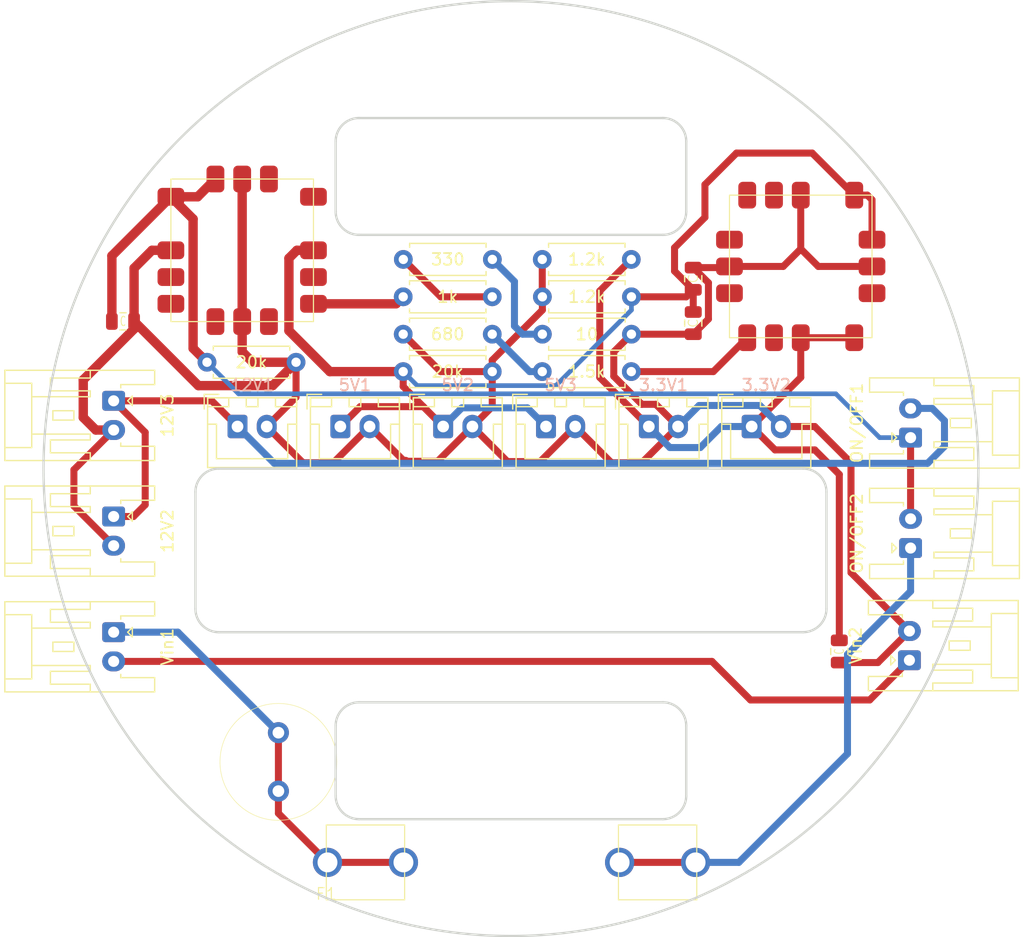
<source format=kicad_pcb>
(kicad_pcb (version 20221018) (generator pcbnew)
  (layers (0 "F.Cu" signal) (31 "B.Cu" signal) (34 "B.Paste" user) (35 "F.Paste" user) (36 "B.SilkS" user "B.Silkscreen") (37 "F.SilkS" user "F.Silkscreen") (38 "B.Mask" user) (39 "F.Mask" user) (44 "Edge.Cuts" user))
  (net 0 "")
  (net 1 "VCC")
  (net 2 "GND")
  (net 3 "+5V")
  (net 4 "Net-(12V1-Pin_1)")
  (net 5 "+3.3V")
  (net 6 "Net-(Vin1-Pin_1)")
  (net 7 "Net-(ON/OFF2-Pin_1)")
  (net 8 "Net-(Vin1-Pin_2)")
  (net 9 "Net-(U2-Trim)")
  (net 10 "Net-(R2-Pad2)")
  (net 11 "Net-(R3-Pad2)")
  (net 12 "Net-(U1-Trim)")
  (net 13 "Net-(R10-Pad1)")
  (footprint "@dcdc:dcdc" (layer "F.Cu") (at 121.3 86.22)
    (fp_text reference "U2" hide)
    (fp_text value "~" hide)
    (pad "1" smd roundrect (at 0 -6.1 180) (size 2.286 1.524) (layers "F.Cu" "F.Paste" "F.Mask") (net 2 "GND"))
    (pad "2" smd roundrect (at 0 -10.68 180) (size 2.286 1.524) (layers "F.Cu" "F.Paste" "F.Mask") (net 1 "VCC"))
    (pad "2" smd roundrect (at 3.81 -12.2 90) (size 2.286 1.524) (layers "F.Cu" "F.Paste" "F.Mask") (net 1 "VCC"))
    (pad "3" smd roundrect (at 6.1 -12.2 90) (size 2.286 1.524) (layers "F.Cu" "F.Paste" "F.Mask") (net 2 "GND"))
    (pad "3" smd roundrect (at 8.39 -12.2 90) (size 2.286 1.524) (layers "F.Cu" "F.Paste" "F.Mask") (net 2 "GND"))
    (pad "4" smd roundrect (at 12.2 -10.68 180) (size 2.286 1.524) (layers "F.Cu" "F.Paste" "F.Mask") (net 3 "+5V"))
    (pad "5" smd roundrect (at 12.2 -6.1 180) (size 2.286 1.524) (layers "F.Cu" "F.Paste" "F.Mask") (net 3 "+5V"))
    (pad "6" smd roundrect (at 12.2 -1.52 180) (size 2.286 1.524) (layers "F.Cu" "F.Paste" "F.Mask") (net 9 "Net-(U2-Trim)"))
    (pad "7" smd roundrect (at 6.1 0 270) (size 2.286 1.524) (layers "F.Cu" "F.Paste" "F.Mask") (net 2 "GND"))
    (pad "8" smd roundrect (at 3.81 0 270) (size 2.286 1.524) (layers "F.Cu" "F.Paste" "F.Mask"))
    (pad "9" smd roundrect (at 0 -1.52 180) (size 2.286 1.524) (layers "F.Cu" "F.Paste" "F.Mask"))
    (pad "10" smd roundrect (at 0 -3.81 180) (size 2.286 1.524) (layers "F.Cu" "F.Paste" "F.Mask"))
    (pad "11" smd roundrect (at 12.2 -3.81 180) (size 2.286 1.524) (layers "F.Cu" "F.Paste" "F.Mask"))
    (pad "12" smd roundrect (at 8.39 0 270) (size 2.286 1.524) (layers "F.Cu" "F.Paste" "F.Mask"))
  )
  (footprint "Resistor_THT:R_Axial_DIN0207_L6.3mm_D2.5mm_P7.62mm_Horizontal" (layer "F.Cu") (at 160.7 90.5 180)
    (fp_text reference "R9" hide)
    (fp_text value "1.5k" hide)
    (fp_text user "1.5k" (at 3.81 0) (layer "F.SilkS"))
    (pad "1" thru_hole circle (at 0 0 180) (size 1.6 1.6) (drill 0.8) (layers "*.Cu" "*.Mask") (net 12 "Net-(U1-Trim)"))
    (pad "2" thru_hole oval (at 7.62 0 180) (size 1.6 1.6) (drill 0.8) (layers "*.Cu" "*.Mask") (net 13 "Net-(R10-Pad1)"))
  )
  (footprint "@dcdc:fuse clip" (layer "F.Cu") (at 134.6 135.7)
    (fp_text reference "F1" (at 0 -0.5 unlocked) (layer "F.SilkS") (effects (font (thickness 0.1))))
    (fp_text value "Fuse" hide)
    (pad "1" thru_hole circle (at 0.1 -3.2) (size 2.5 2.5) (drill 1.7) (layers "*.Cu" "*.Mask") (net 6 "Net-(Vin1-Pin_1)"))
    (pad "1" thru_hole circle (at 6.6 -3.2) (size 2.5 2.5) (drill 1.7) (layers "*.Cu" "*.Mask") (net 6 "Net-(Vin1-Pin_1)"))
    (pad "2" thru_hole circle (at 25.1 -3.2) (size 2.5 2.5) (drill 1.7) (layers "*.Cu" "*.Mask") (net 7 "Net-(ON/OFF2-Pin_1)"))
    (pad "2" thru_hole circle (at 31.6 -3.2) (size 2.5 2.5) (drill 1.7) (layers "*.Cu" "*.Mask") (net 7 "Net-(ON/OFF2-Pin_1)"))
  )
  (footprint "Capacitor_SMD:C_0805_2012Metric" (layer "F.Cu") (at 166 86.35 -90)
    (fp_text reference "C2" hide)
    (fp_text value "C" hide)
    (fp_text user "C" (at 0 0 90) (layer "F.SilkS") (effects (font (size 0.8 0.8) (thickness 0.08))))
    (pad "1" smd roundrect (at -0.95 0 270) (size 1 1.45) (layers "F.Cu" "F.Paste" "F.Mask") (net 3 "+5V"))
    (pad "2" smd roundrect (at 0.95 0 270) (size 1 1.45) (layers "F.Cu" "F.Paste" "F.Mask") (net 2 "GND"))
  )
  (footprint "@dcdc:dcdc" (layer "F.Cu") (at 169.1 75.4 -90)
    (fp_text reference "U1" hide)
    (fp_text value "~" hide)
    (pad "1" smd roundrect (at 0 -6.1 90) (size 2.286 1.524) (layers "F.Cu" "F.Paste" "F.Mask") (net 2 "GND"))
    (pad "2" smd roundrect (at 0 -10.68 90) (size 2.286 1.524) (layers "F.Cu" "F.Paste" "F.Mask") (net 3 "+5V"))
    (pad "2" smd roundrect (at 3.81 -12.2) (size 2.286 1.524) (layers "F.Cu" "F.Paste" "F.Mask") (net 3 "+5V"))
    (pad "3" smd roundrect (at 6.1 -12.2) (size 2.286 1.524) (layers "F.Cu" "F.Paste" "F.Mask") (net 2 "GND"))
    (pad "3" smd roundrect (at 8.39 -12.2) (size 2.286 1.524) (layers "F.Cu" "F.Paste" "F.Mask") (net 2 "GND"))
    (pad "4" smd roundrect (at 12.2 -10.68 90) (size 2.286 1.524) (layers "F.Cu" "F.Paste" "F.Mask") (net 5 "+3.3V"))
    (pad "5" smd roundrect (at 12.2 -6.1 90) (size 2.286 1.524) (layers "F.Cu" "F.Paste" "F.Mask") (net 5 "+3.3V"))
    (pad "6" smd roundrect (at 12.2 -1.52 90) (size 2.286 1.524) (layers "F.Cu" "F.Paste" "F.Mask") (net 12 "Net-(U1-Trim)"))
    (pad "7" smd roundrect (at 6.1 0 180) (size 2.286 1.524) (layers "F.Cu" "F.Paste" "F.Mask") (net 2 "GND"))
    (pad "8" smd roundrect (at 3.81 0 180) (size 2.286 1.524) (layers "F.Cu" "F.Paste" "F.Mask"))
    (pad "9" smd roundrect (at 0 -1.52 90) (size 2.286 1.524) (layers "F.Cu" "F.Paste" "F.Mask"))
    (pad "10" smd roundrect (at 0 -3.81 90) (size 2.286 1.524) (layers "F.Cu" "F.Paste" "F.Mask"))
    (pad "11" smd roundrect (at 12.2 -3.81 90) (size 2.286 1.524) (layers "F.Cu" "F.Paste" "F.Mask"))
    (pad "12" smd roundrect (at 8.39 0 180) (size 2.286 1.524) (layers "F.Cu" "F.Paste" "F.Mask"))
  )
  (footprint "Capacitor_SMD:C_0805_2012Metric" (layer "F.Cu") (at 117.2 86.2)
    (fp_text reference "C1" hide)
    (fp_text value "C" hide)
    (fp_text user "C" (at 0 0) (layer "F.SilkS") (effects (font (size 0.8 0.5) (thickness 0.08))))
    (pad "1" smd roundrect (at -0.95 0) (size 1 1.45) (layers "F.Cu" "F.Paste" "F.Mask") (net 1 "VCC"))
    (pad "2" smd roundrect (at 0.95 0) (size 1 1.45) (layers "F.Cu" "F.Paste" "F.Mask") (net 2 "GND"))
  )
  (footprint "Connector_JST:JST_XH_B2B-XH-A_1x02_P2.50mm_Vertical" (layer "F.Cu") (at 171 95.2)
    (fp_text reference "3.3V2" (at 1.25 -3.55) (layer "B.SilkS"))
    (fp_text value "Conn_01x02_Pin" hide)
    (pad "1" thru_hole roundrect (at 0 0) (size 1.7 2) (drill 1) (layers "*.Cu" "*.Mask") (roundrect_rratio 0.147059) (net 5 "+3.3V"))
    (pad "2" thru_hole oval (at 2.5 0) (size 1.7 2) (drill 1) (layers "*.Cu" "*.Mask") (net 2 "GND"))
  )
  (footprint "Connector_JST:JST_XH_B2B-XH-A_1x02_P2.50mm_Vertical" (layer "F.Cu") (at 144.6 95.2)
    (fp_text reference "5V2" (at 1.25 -3.55) (layer "B.SilkS"))
    (fp_text value "Conn_01x02_Pin" hide)
    (pad "1" thru_hole roundrect (at 0 0) (size 1.7 2) (drill 1) (layers "*.Cu" "*.Mask") (roundrect_rratio 0.147059) (net 3 "+5V"))
    (pad "2" thru_hole oval (at 2.5 0) (size 1.7 2) (drill 1) (layers "*.Cu" "*.Mask") (net 2 "GND"))
  )
  (footprint "Capacitor_SMD:C_0805_2012Metric" (layer "F.Cu") (at 166 82.55 90)
    (fp_text reference "C4" hide)
    (fp_text value "C" hide)
    (fp_text user "C" (at 0 0 90) (layer "F.SilkS") (effects (font (size 0.8 0.8) (thickness 0.08))))
    (pad "1" smd roundrect (at -0.95 0 90) (size 1 1.45) (layers "F.Cu" "F.Paste" "F.Mask") (net 3 "+5V"))
    (pad "2" smd roundrect (at 0.95 0 90) (size 1 1.45) (layers "F.Cu" "F.Paste" "F.Mask") (net 2 "GND"))
  )
  (footprint "Resistor_THT:R_Axial_DIN0207_L6.3mm_D2.5mm_P7.62mm_Horizontal" (layer "F.Cu") (at 141.19 80.9)
    (fp_text reference "R3" hide)
    (fp_text value "330" hide)
    (fp_text user "330" (at 3.81 0) (layer "F.SilkS"))
    (pad "1" thru_hole circle (at 0 0) (size 1.6 1.6) (drill 0.8) (layers "*.Cu" "*.Mask") (net 10 "Net-(R2-Pad2)"))
    (pad "2" thru_hole oval (at 7.62 0) (size 1.6 1.6) (drill 0.8) (layers "*.Cu" "*.Mask") (net 11 "Net-(R3-Pad2)"))
  )
  (footprint "Capacitor_SMD:C_0805_2012Metric" (layer "F.Cu") (at 178.5 114.45 -90)
    (fp_text reference "C5" hide)
    (fp_text value "C" hide)
    (fp_text user "C" (at 0 0 90) (layer "F.SilkS") (effects (font (size 0.8 0.5) (thickness 0.08))))
    (pad "1" smd roundrect (at -0.95 0 270) (size 1 1.45) (layers "F.Cu" "F.Paste" "F.Mask") (net 5 "+3.3V"))
    (pad "2" smd roundrect (at 0.95 0 270) (size 1 1.45) (layers "F.Cu" "F.Paste" "F.Mask") (net 2 "GND"))
  )
  (footprint "Connector_JST:JST_XA_S02B-XASK-1N-BN_1x02_P2.50mm_Horizontal" (layer "F.Cu") (at 116.4 93 -90)
    (fp_text reference "12V3" (at 1.25 -4.6 -90) (layer "F.SilkS"))
    (fp_text value "Conn_01x02_Pin" hide)
    (pad "1" thru_hole roundrect (at 0 0 270) (size 1.7 1.95) (drill 0.95) (layers "*.Cu" "*.Mask") (roundrect_rratio 0.147059) (net 4 "Net-(12V1-Pin_1)"))
    (pad "2" thru_hole oval (at 2.5 0 270) (size 1.7 1.95) (drill 0.95) (layers "*.Cu" "*.Mask") (net 2 "GND"))
  )
  (footprint "Connector_JST:JST_XA_S02B-XASK-1N-BN_1x02_P2.50mm_Horizontal" (layer "F.Cu") (at 184.5 115.2 90)
    (fp_text reference "Vin2" (at 1.25 -4.6 90) (layer "F.SilkS"))
    (fp_text value "Conn_01x02_Pin" hide)
    (pad "1" thru_hole roundrect (at 0 0 90) (size 1.7 1.95) (drill 0.95) (layers "*.Cu" "*.Mask") (roundrect_rratio 0.147059) (net 8 "Net-(Vin1-Pin_2)"))
    (pad "2" thru_hole oval (at 2.5 0 90) (size 1.7 1.95) (drill 0.95) (layers "*.Cu" "*.Mask") (net 2 "GND"))
  )
  (footprint "Connector_JST:JST_XA_S02B-XASK-1N-BN_1x02_P2.50mm_Horizontal" (layer "F.Cu") (at 184.6 105.6 90)
    (fp_text reference "ON/OFF2" (at 1.25 -4.6 90) (layer "F.SilkS"))
    (fp_text value "Conn_01x02_Pin" hide)
    (pad "1" thru_hole roundrect (at 0 0 90) (size 1.7 1.95) (drill 0.95) (layers "*.Cu" "*.Mask") (roundrect_rratio 0.147059) (net 7 "Net-(ON/OFF2-Pin_1)"))
    (pad "2" thru_hole oval (at 2.5 0 90) (size 1.7 1.95) (drill 0.95) (layers "*.Cu" "*.Mask") (net 1 "VCC"))
  )
  (footprint "Connector_JST:JST_XH_B2B-XH-A_1x02_P2.50mm_Vertical" (layer "F.Cu") (at 135.8 95.2)
    (fp_text reference "5V1" (at 1.25 -3.55) (layer "B.SilkS"))
    (fp_text value "Conn_01x02_Pin" hide)
    (pad "1" thru_hole roundrect (at 0 0) (size 1.7 2) (drill 1) (layers "*.Cu" "*.Mask") (roundrect_rratio 0.147059) (net 3 "+5V"))
    (pad "2" thru_hole oval (at 2.5 0) (size 1.7 2) (drill 1) (layers "*.Cu" "*.Mask") (net 2 "GND"))
  )
  (footprint "Resistor_THT:R_Axial_DIN0207_L6.3mm_D2.5mm_P7.62mm_Horizontal" (layer "F.Cu") (at 148.8 87.3 180)
    (fp_text reference "R10" hide)
    (fp_text value "680" hide)
    (fp_text user "680" (at 3.81 0) (layer "F.SilkS"))
    (pad "1" thru_hole circle (at 0 0 180) (size 1.6 1.6) (drill 0.8) (layers "*.Cu" "*.Mask") (net 13 "Net-(R10-Pad1)"))
    (pad "2" thru_hole oval (at 7.62 0 180) (size 1.6 1.6) (drill 0.8) (layers "*.Cu" "*.Mask") (net 2 "GND"))
  )
  (footprint "Connector_JST:JST_XH_B2B-XH-A_1x02_P2.50mm_Vertical" (layer "F.Cu") (at 153.4 95.2)
    (fp_text reference "5V3" (at 1.25 -3.55) (layer "B.SilkS"))
    (fp_text value "Conn_01x02_Pin" hide)
    (pad "1" thru_hole roundrect (at 0 0) (size 1.7 2) (drill 1) (layers "*.Cu" "*.Mask") (roundrect_rratio 0.147059) (net 3 "+5V"))
    (pad "2" thru_hole oval (at 2.5 0) (size 1.7 2) (drill 1) (layers "*.Cu" "*.Mask") (net 2 "GND"))
  )
  (footprint "Resistor_THT:R_Axial_DIN0207_L6.3mm_D2.5mm_P7.62mm_Horizontal" (layer "F.Cu") (at 153.09 87.3)
    (fp_text reference "R4" hide)
    (fp_text value "10" hide)
    (fp_text user "10" (at 3.81 0) (layer "F.SilkS"))
    (pad "1" thru_hole circle (at 0 0) (size 1.6 1.6) (drill 0.8) (layers "*.Cu" "*.Mask") (net 11 "Net-(R3-Pad2)"))
    (pad "2" thru_hole oval (at 7.62 0) (size 1.6 1.6) (drill 0.8) (layers "*.Cu" "*.Mask") (net 2 "GND"))
  )
  (footprint "Resistor_THT:R_Axial_DIN0207_L6.3mm_D2.5mm_P7.62mm_Horizontal" (layer "F.Cu") (at 160.7 80.9 180)
    (fp_text reference "R12" hide)
    (fp_text value "1.2k" hide)
    (fp_text user "1.2k" (at 3.81 0) (layer "F.SilkS"))
    (pad "1" thru_hole circle (at 0 0 180) (size 1.6 1.6) (drill 0.8) (layers "*.Cu" "*.Mask") (net 5 "+3.3V"))
    (pad "2" thru_hole oval (at 7.62 0 180) (size 1.6 1.6) (drill 0.8) (layers "*.Cu" "*.Mask") (net 2 "GND"))
  )
  (footprint "dengen:C" (layer "F.Cu") (at 130.5 123.9)
    (fp_text reference "C3" hide)
    (fp_text value "C")
    (pad "1" thru_hole circle (at 0 -2.5) (size 1.8 1.8) (drill 1) (layers "*.Cu" "*.Mask") (net 6 "Net-(Vin1-Pin_1)"))
    (pad "2" thru_hole circle (at 0 2.5) (size 1.8 1.8) (drill 1) (layers "*.Cu" "*.Mask") (net 6 "Net-(Vin1-Pin_1)"))
  )
  (footprint "Resistor_THT:R_Axial_DIN0207_L6.3mm_D2.5mm_P7.62mm_Horizontal" (layer "F.Cu") (at 124.39 89.7)
    (fp_text reference "R1" hide)
    (fp_text value "20k" hide)
    (fp_text user "20k" (at 3.81 0) (layer "F.SilkS"))
    (pad "1" thru_hole circle (at 0 0) (size 1.6 1.6) (drill 0.8) (layers "*.Cu" "*.Mask") (net 1 "VCC"))
    (pad "2" thru_hole oval (at 7.62 0) (size 1.6 1.6) (drill 0.8) (layers "*.Cu" "*.Mask") (net 2 "GND"))
  )
  (footprint "Resistor_THT:R_Axial_DIN0207_L6.3mm_D2.5mm_P7.62mm_Horizontal" (layer "F.Cu") (at 141.18 84.1)
    (fp_text reference "R2" hide)
    (fp_text value "1k" hide)
    (fp_text user "1k" (at 3.81 0) (layer "F.SilkS"))
    (pad "1" thru_hole circle (at 0 0) (size 1.6 1.6) (drill 0.8) (layers "*.Cu" "*.Mask") (net 9 "Net-(U2-Trim)"))
    (pad "2" thru_hole oval (at 7.62 0) (size 1.6 1.6) (drill 0.8) (layers "*.Cu" "*.Mask") (net 10 "Net-(R2-Pad2)"))
  )
  (footprint "Resistor_THT:R_Axial_DIN0207_L6.3mm_D2.5mm_P7.62mm_Horizontal" (layer "F.Cu") (at 141.18 90.5)
    (fp_text reference "R8" hide)
    (fp_text value "20k" hide)
    (fp_text user "20k" (at 3.81 0) (layer "F.SilkS"))
    (pad "1" thru_hole circle (at 0 0) (size 1.6 1.6) (drill 0.8) (layers "*.Cu" "*.Mask") (net 3 "+5V"))
    (pad "2" thru_hole oval (at 7.62 0) (size 1.6 1.6) (drill 0.8) (layers "*.Cu" "*.Mask") (net 2 "GND"))
  )
  (footprint "Resistor_THT:R_Axial_DIN0207_L6.3mm_D2.5mm_P7.62mm_Horizontal" (layer "F.Cu") (at 160.71 84.1 180)
    (fp_text reference "R5" hide)
    (fp_text value "1.2k" hide)
    (fp_text user "1.2k" (at 3.81 0) (layer "F.SilkS"))
    (pad "1" thru_hole circle (at 0 0 180) (size 1.6 1.6) (drill 0.8) (layers "*.Cu" "*.Mask") (net 3 "+5V"))
    (pad "2" thru_hole oval (at 7.62 0 180) (size 1.6 1.6) (drill 0.8) (layers "*.Cu" "*.Mask") (net 2 "GND"))
  )
  (footprint "Connector_JST:JST_XA_S02B-XASK-1N-BN_1x02_P2.50mm_Horizontal" (layer "F.Cu") (at 184.6 96.15 90)
    (fp_text reference "ON/OFF1" (at 1.25 -4.6 90) (layer "F.SilkS"))
    (fp_text value "Conn_01x02_Pin" hide)
    (pad "1" thru_hole roundrect (at 0 0 90) (size 1.7 1.95) (drill 0.95) (layers "*.Cu" "*.Mask") (roundrect_rratio 0.147059) (net 1 "VCC"))
    (pad "2" thru_hole oval (at 2.5 0 90) (size 1.7 1.95) (drill 0.95) (layers "*.Cu" "*.Mask") (net 4 "Net-(12V1-Pin_1)"))
  )
  (footprint "Connector_JST:JST_XA_S02B-XASK-1N-BN_1x02_P2.50mm_Horizontal" (layer "F.Cu") (at 116.4 112.8 -90)
    (fp_text reference "Vin1" (at 1.25 -4.6 -90) (layer "F.SilkS"))
    (fp_text value "Conn_01x02_Pin" hide)
    (pad "1" thru_hole roundrect (at 0 0 270) (size 1.7 1.95) (drill 0.95) (layers "*.Cu" "*.Mask") (roundrect_rratio 0.147059) (net 6 "Net-(Vin1-Pin_1)"))
    (pad "2" thru_hole oval (at 2.5 0 270) (size 1.7 1.95) (drill 0.95) (layers "*.Cu" "*.Mask") (net 8 "Net-(Vin1-Pin_2)"))
  )
  (footprint "Connector_JST:JST_XH_B2B-XH-A_1x02_P2.50mm_Vertical" (layer "F.Cu") (at 162.2 95.2)
    (fp_text reference "3.3V1" (at 1.25 -3.55) (layer "B.SilkS"))
    (fp_text value "Conn_01x02_Pin" hide)
    (pad "1" thru_hole roundrect (at 0 0) (size 1.7 2) (drill 1) (layers "*.Cu" "*.Mask") (roundrect_rratio 0.147059) (net 5 "+3.3V"))
    (pad "2" thru_hole oval (at 2.5 0) (size 1.7 2) (drill 1) (layers "*.Cu" "*.Mask") (net 2 "GND"))
  )
  (footprint "Connector_JST:JST_XH_B2B-XH-A_1x02_P2.50mm_Vertical" (layer "F.Cu") (at 127 95.2)
    (fp_text reference "12V1" (at 1.25 -3.55) (layer "B.SilkS"))
    (fp_text value "Conn_01x02_Pin" hide)
    (pad "1" thru_hole roundrect (at 0 0) (size 1.7 2) (drill 1) (layers "*.Cu" "*.Mask") (roundrect_rratio 0.147059) (net 4 "Net-(12V1-Pin_1)"))
    (pad "2" thru_hole oval (at 2.5 0) (size 1.7 2) (drill 1) (layers "*.Cu" "*.Mask") (net 2 "GND"))
  )
  (footprint "Connector_JST:JST_XA_S02B-XASK-1N-BN_1x02_P2.50mm_Horizontal" (layer "F.Cu") (at 116.4 102.9 -90)
    (fp_text reference "12V2" (at 1.25 -4.6 -90) (layer "F.SilkS"))
    (fp_text value "Conn_01x02_Pin" hide)
    (pad "1" thru_hole roundrect (at 0 0 270) (size 1.7 1.95) (drill 0.95) (layers "*.Cu" "*.Mask") (roundrect_rratio 0.147059) (net 4 "Net-(12V1-Pin_1)"))
    (pad "2" thru_hole oval (at 2.5 0 270) (size 1.7 1.95) (drill 0.95) (layers "*.Cu" "*.Mask") (net 2 "GND"))
  )
  (gr_line locked (start 165.4 70.8) (end 165.4 76.8) (stroke (width 0.2)) (layer "Edge.Cuts"))
  (gr_line locked (start 175.4 112.8) (end 125.4 112.8) (stroke (width 0.2)) (layer "Edge.Cuts"))
  (gr_line locked (start 137.4 68.8) (end 163.4 68.8) (stroke (width 0.2)) (layer "Edge.Cuts"))
  (gr_line locked (start 177.4 100.8) (end 177.4 110.8) (stroke (width 0.2)) (layer "Edge.Cuts"))
  (gr_line locked (start 135.4 126.8) (end 135.4 120.8) (stroke (width 0.2)) (layer "Edge.Cuts"))
  (gr_arc locked (start 165.4 126.8) (mid 164.814214 128.214214) (end 163.4 128.8) (stroke (width 0.2)) (layer "Edge.Cuts"))
  (gr_arc locked (start 163.4 118.8) (mid 164.814214 119.385786) (end 165.4 120.8) (stroke (width 0.2)) (layer "Edge.Cuts"))
  (gr_arc locked (start 137.4 78.8) (mid 135.985786 78.214214) (end 135.4 76.8) (stroke (width 0.2)) (layer "Edge.Cuts"))
  (gr_circle locked (center 150.4 98.8) (end 190.4 98.8) (stroke (width 0.2)) (fill none) (layer "Edge.Cuts"))
  (gr_line locked (start 125.4 98.8) (end 175.4 98.8) (stroke (width 0.2)) (layer "Edge.Cuts"))
  (gr_arc locked (start 135.4 70.8) (mid 135.985786 69.385786) (end 137.4 68.8) (stroke (width 0.2)) (layer "Edge.Cuts"))
  (gr_line locked (start 123.4 110.8) (end 123.4 100.8) (stroke (width 0.2)) (layer "Edge.Cuts"))
  (gr_arc locked (start 177.4 110.8) (mid 176.814214 112.214214) (end 175.4 112.8) (stroke (width 0.2)) (layer "Edge.Cuts"))
  (gr_arc locked (start 137.4 128.8) (mid 135.985786 128.214214) (end 135.4 126.8) (stroke (width 0.2)) (layer "Edge.Cuts"))
  (gr_line locked (start 163.4 128.8) (end 137.4 128.8) (stroke (width 0.2)) (layer "Edge.Cuts"))
  (gr_arc locked (start 175.4 98.8) (mid 176.814214 99.385786) (end 177.4 100.8) (stroke (width 0.2)) (layer "Edge.Cuts"))
  (gr_arc locked (start 125.4 112.8) (mid 123.985786 112.214214) (end 123.4 110.8) (stroke (width 0.2)) (layer "Edge.Cuts"))
  (gr_arc locked (start 135.4 120.8) (mid 135.985786 119.385786) (end 137.4 118.8) (stroke (width 0.2)) (layer "Edge.Cuts"))
  (gr_arc locked (start 123.4 100.8) (mid 123.985786 99.385786) (end 125.4 98.8) (stroke (width 0.2)) (layer "Edge.Cuts"))
  (gr_line locked (start 137.4 118.8) (end 163.4 118.8) (stroke (width 0.2)) (layer "Edge.Cuts"))
  (gr_arc locked (start 163.4 68.8) (mid 164.814214 69.385786) (end 165.4 70.8) (stroke (width 0.2)) (layer "Edge.Cuts"))
  (gr_arc locked (start 165.4 76.8) (mid 164.814214 78.214214) (end 163.4 78.8) (stroke (width 0.2)) (layer "Edge.Cuts"))
  (gr_line locked (start 135.4 76.8) (end 135.4 70.8) (stroke (width 0.2)) (layer "Edge.Cuts"))
  (gr_line locked (start 165.4 120.8) (end 165.4 126.8) (stroke (width 0.2)) (layer "Edge.Cuts"))
  (gr_line locked (start 163.4 78.8) (end 137.4 78.8) (stroke (width 0.2)) (layer "Edge.Cuts"))
  (segment (start 123.59 75.54) (end 125.11 74.02) (width 0.8) (layer "F.Cu") (net 1))
  (segment (start 123.2 77.44) (end 123.2 88.51) (width 0.8) (layer "F.Cu") (net 1))
  (segment (start 121.3 75.54) (end 123.59 75.54) (width 0.8) (layer "F.Cu") (net 1))
  (segment (start 116.25 80.59) (end 116.25 86.2) (width 0.8) (layer "F.Cu") (net 1))
  (segment (start 184.6 96.15) (end 184.6 103.1) (width 0.6) (layer "F.Cu") (net 1))
  (segment (start 121.3 75.54) (end 123.2 77.44) (width 0.8) (layer "F.Cu") (net 1))
  (segment (start 123.2 88.51) (end 124.39 89.7) (width 0.8) (layer "F.Cu") (net 1))
  (segment (start 121.3 75.54) (end 116.25 80.59) (width 0.8) (layer "F.Cu") (net 1))
  (segment (start 124.39 89.7) (end 127.09 92.4) (width 0.4) (layer "B.Cu") (net 1))
  (segment (start 181.95 96.15) (end 184.6 96.15) (width 0.4) (layer "B.Cu") (net 1))
  (segment (start 178.2 92.4) (end 181.95 96.15) (width 0.4) (layer "B.Cu") (net 1))
  (segment (start 127.09 92.4) (end 178.2 92.4) (width 0.4) (layer "B.Cu") (net 1))
  (segment (start 113.8 94.425) (end 114.875 95.5) (width 0.8) (layer "F.Cu") (net 2))
  (segment (start 119.68 80.12) (end 121.3 80.12) (width 0.8) (layer "F.Cu") (net 2))
  (segment (start 176.7 81.5) (end 181.3 81.5) (width 0.6) (layer "F.Cu") (net 2))
  (segment (start 167.3 86) (end 166 87.3) (width 0.6) (layer "F.Cu") (net 2))
  (segment (start 130.01 91.7) (end 123.65 91.7) (width 0.8) (layer "F.Cu") (net 2))
  (segment (start 141.475 98.175) (end 144.125 98.175) (width 0.6) (layer "F.Cu") (net 2))
  (segment (start 118.15 86.2) (end 123.65 91.7) (width 0.8) (layer "F.Cu") (net 2))
  (segment (start 141.2 98.1) (end 141.4 98.1) (width 0.6) (layer "F.Cu") (net 2))
  (segment (start 129.5 95.2) (end 132.6 98.3) (width 0.6) (layer "F.Cu") (net 2))
  (segment (start 118.15 86.85) (end 113.8 91.2) (width 0.8) (layer "F.Cu") (net 2))
  (segment (start 166 87.3) (end 160.71 87.3) (width 0.6) (layer "F.Cu") (net 2))
  (segment (start 162.8 93.3) (end 164.7 95.2) (width 0.6) (layer "F.Cu") (net 2))
  (segment (start 173.7 81.5) (end 175.2 80) (width 0.6) (layer "F.Cu") (net 2))
  (segment (start 127.4 74.02) (end 127.4 86.22) (width 0.8) (layer "F.Cu") (net 2))
  (segment (start 148.8 90.5) (end 148.8 93.5) (width 0.6) (layer "F.Cu") (net 2))
  (segment (start 115.75 96.15) (end 113 98.9) (width 0.6) (layer "F.Cu") (net 2))
  (segment (start 141.4 98.1) (end 141.475 98.175) (width 0.6) (layer "F.Cu") (net 2))
  (segment (start 148.8 89.52137) (end 148.8 90.5) (width 0.6) (layer "F.Cu") (net 2))
  (segment (start 127.4 86.22) (end 127.4 88.8) (width 0.8) (layer "F.Cu") (net 2))
  (segment (start 152.9 98.2) (end 155.9 95.2) (width 0.6) (layer "F.Cu") (net 2))
  (segment (start 181.8 115.4) (end 184.5 112.7) (width 0.6) (layer "F.Cu") (net 2))
  (segment (start 132.01 92.69) (end 129.5 95.2) (width 0.6) (layer "F.Cu") (net 2))
  (segment (start 127.4 88.8) (end 128.3 89.7) (width 0.8) (layer "F.Cu") (net 2))
  (segment (start 128.3 89.7) (end 132.01 89.7) (width 0.8) (layer "F.Cu") (net 2))
  (segment (start 150.1 98.2) (end 152.9 98.2) (width 0.6) (layer "F.Cu") (net 2))
  (segment (start 144.125 98.175) (end 147.1 95.2) (width 0.6) (layer "F.Cu") (net 2))
  (segment (start 166 81.6) (end 167.3 82.9) (width 0.6) (layer "F.Cu") (net 2))
  (segment (start 132.01 89.7) (end 130.01 91.7) (width 0.8) (layer "F.Cu") (net 2))
  (segment (start 167.3 82.9) (end 167.3 86) (width 0.6) (layer "F.Cu") (net 2))
  (segment (start 132.6 98.3) (end 135.2 98.3) (width 0.6) (layer "F.Cu") (net 2))
  (segment (start 169 81.6) (end 169.1 81.5) (width 0.6) (layer "F.Cu") (net 2))
  (segment (start 159.2 88.81) (end 159.2 90.9) (width 0.6) (layer "F.Cu") (net 2))
  (segment (start 175.2 75.4) (end 175.2 80) (width 0.6) (layer "F.Cu") (net 2))
  (segment (start 153.09 84.1) (end 153.09 85.23137) (width 0.6) (layer "F.Cu") (net 2))
  (segment (start 153.08 80.9) (end 153.08 84.09) (width 0.6) (layer "F.Cu") (net 2))
  (segment (start 153.09 85.23137) (end 148.8 89.52137) (width 0.6) (layer "F.Cu") (net 2))
  (segment (start 148.8 93.5) (end 147.1 95.2) (width 0.6) (layer "F.Cu") (net 2))
  (segment (start 155.9 95.2) (end 159 98.3) (width 0.6) (layer "F.Cu") (net 2))
  (segment (start 176.4 95.2) (end 179.5 98.3) (width 0.6) (layer "F.Cu") (net 2))
  (segment (start 141.18 87.3) (end 144.38 90.5) (width 0.6) (layer "F.Cu") (net 2))
  (segment (start 169.1 81.5) (end 173.7 81.5) (width 0.6) (layer "F.Cu") (net 2))
  (segment (start 161.6 98.3) (end 164.7 95.2) (width 0.6) (layer "F.Cu") (net 2))
  (segment (start 153.08 84.09) (end 153.09 84.1) (width 0.6) (layer "F.Cu") (net 2))
  (segment (start 135.2 98.3) (end 138.3 95.2) (width 0.6) (layer "F.Cu") (net 2))
  (segment (start 159 98.3) (end 161.6 98.3) (width 0.6) (layer "F.Cu") (net 2))
  (segment (start 160.71 87.3) (end 159.2 88.81) (width 0.6) (layer "F.Cu") (net 2))
  (segment (start 118.15 86.2) (end 118.15 86.85) (width 0.8) (layer "F.Cu") (net 2))
  (segment (start 179.5 107.7) (end 179.5 98.3) (width 0.6) (layer "F.Cu") (net 2))
  (segment (start 173.5 95.2) (end 176.4 95.2) (width 0.6) (layer "F.Cu") (net 2))
  (segment (start 147.1 95.2) (end 150.1 98.2) (width 0.6) (layer "F.Cu") (net 2))
  (segment (start 184.5 112.7) (end 179.5 107.7) (width 0.6) (layer "F.Cu") (net 2))
  (segment (start 132.01 89.7) (end 132.01 92.69) (width 0.6) (layer "F.Cu") (net 2))
  (segment (start 175.2 80) (end 176.7 81.5) (width 0.6) (layer "F.Cu") (net 2))
  (segment (start 113 98.9) (end 113 102) (width 0.6) (layer "F.Cu") (net 2))
  (segment (start 138.3 95.2) (end 141.2 98.1) (width 0.6) (layer "F.Cu") (net 2))
  (segment (start 114.875 95.5) (end 116.4 95.5) (width 0.8) (layer "F.Cu") (net 2))
  (segment (start 118.15 81.65) (end 119.68 80.12) (width 0.8) (layer "F.Cu") (net 2))
  (segment (start 113 102) (end 116.4 105.4) (width 0.6) (layer "F.Cu") (net 2))
  (segment (start 166 81.6) (end 169 81.6) (width 0.6) (layer "F.Cu") (net 2))
  (segment (start 144.38 90.5) (end 148.8 90.5) (width 0.6) (layer "F.Cu") (net 2))
  (segment (start 184.3 112.7) (end 184.5 112.7) (width 0.6) (layer "F.Cu") (net 2))
  (segment (start 116.4 95.5) (end 115.75 96.15) (width 0.6) (layer "F.Cu") (net 2))
  (segment (start 161.6 93.3) (end 162.8 93.3) (width 0.6) (layer "F.Cu") (net 2))
  (segment (start 118.15 86.2) (end 118.15 81.65) (width 0.8) (layer "F.Cu") (net 2))
  (segment (start 113.8 91.2) (end 113.8 94.425) (width 0.8) (layer "F.Cu") (net 2))
  (segment (start 159.2 90.9) (end 161.6 93.3) (width 0.6) (layer "F.Cu") (net 2))
  (segment (start 178.5 115.4) (end 181.8 115.4) (width 0.6) (layer "F.Cu") (net 2))
  (segment (start 164.7 95.2) (end 166.5 93.4) (width 0.6) (layer "B.Cu") (net 2))
  (segment (start 171.7 93.4) (end 173.5 95.2) (width 0.6) (layer "B.Cu") (net 2))
  (segment (start 166.5 93.4) (end 171.7 93.4) (width 0.6) (layer "B.Cu") (net 2))
  (segment (start 169.7 71.8) (end 176.18 71.8) (width 0.6) (layer "F.Cu") (net 3))
  (segment (start 141.18 91.78) (end 142.9 93.5) (width 0.6) (layer "F.Cu") (net 3))
  (segment (start 180.9 75.4) (end 181.3 75.8) (width 0.6) (layer "F.Cu") (net 3))
  (segment (start 167 74.5) (end 169.7 71.8) (width 0.6) (layer "F.Cu") (net 3))
  (segment (start 181.3 75.8) (end 181.3 79.21) (width 0.6) (layer "F.Cu") (net 3))
  (segment (start 167 77.3) (end 167 74.5) (width 0.6) (layer "F.Cu") (net 3))
  (segment (start 133.5 80.12) (end 132.08 80.12) (width 0.8) (layer "F.Cu") (net 3))
  (segment (start 134.9 90.5) (end 141.18 90.5) (width 0.8) (layer "F.Cu") (net 3))
  (segment (start 166 83.5) (end 166 85.4) (width 0.6) (layer "F.Cu") (net 3))
  (segment (start 164.4 81.9) (end 164.4 79.9) (width 0.6) (layer "F.Cu") (net 3))
  (segment (start 164.4 79.9) (end 167 77.3) (width 0.6) (layer "F.Cu") (net 3))
  (segment (start 142.9 93.5) (end 144.6 95.2) (width 0.6) (layer "F.Cu") (net 3))
  (segment (start 179.78 75.4) (end 180.9 75.4) (width 0.6) (layer "F.Cu") (net 3))
  (segment (start 166 83.5) (end 164.4 81.9) (width 0.6) (layer "F.Cu") (net 3))
  (segment (start 137.5 93.5) (end 142.9 93.5) (width 0.6) (layer "F.Cu") (net 3))
  (segment (start 176.18 71.8) (end 179.78 75.4) (width 0.6) (layer "F.Cu") (net 3))
  (segment (start 165.4 84.1) (end 166 83.5) (width 0.6) (layer "F.Cu") (net 3))
  (segment (start 160.71 84.1) (end 165.4 84.1) (width 0.6) (layer "F.Cu") (net 3))
  (segment (start 141.18 90.5) (end 141.18 91.78) (width 0.6) (layer "F.Cu") (net 3))
  (segment (start 131.4 87) (end 134.9 90.5) (width 0.8) (layer "F.Cu") (net 3))
  (segment (start 131.4 80.8) (end 131.4 87) (width 0.8) (layer "F.Cu") (net 3))
  (segment (start 135.8 95.2) (end 137.5 93.5) (width 0.6) (layer "F.Cu") (net 3))
  (segment (start 132.08 80.12) (end 131.4 80.8) (width 0.8) (layer "F.Cu") (net 3))
  (segment (start 160.71 84.1) (end 160.71 85.23137) (width 0.4) (layer "B.Cu") (net 3))
  (segment (start 144.6 95.2) (end 146.2 93.6) (width 0.6) (layer "B.Cu") (net 3))
  (segment (start 160.71 85.23137) (end 154.24137 91.7) (width 0.4) (layer "B.Cu") (net 3))
  (segment (start 154.24137 91.7) (end 142.38 91.7) (width 0.4) (layer "B.Cu") (net 3))
  (segment (start 142.38 91.7) (end 141.18 90.5) (width 0.4) (layer "B.Cu") (net 3))
  (segment (start 146.2 93.6) (end 151.8 93.6) (width 0.6) (layer "B.Cu") (net 3))
  (segment (start 151.8 93.6) (end 153.4 95.2) (width 0.6) (layer "B.Cu") (net 3))
  (segment (start 116.4 93) (end 119.1 95.7) (width 0.6) (layer "F.Cu") (net 4))
  (segment (start 119.1 95.7) (end 119.1 101.9) (width 0.6) (layer "F.Cu") (net 4))
  (segment (start 116.4 93) (end 124.8 93) (width 0.6) (layer "F.Cu") (net 4))
  (segment (start 119.1 101.9) (end 118.1 102.9) (width 0.6) (layer "F.Cu") (net 4))
  (segment (start 118.1 102.9) (end 116.4 102.9) (width 0.6) (layer "F.Cu") (net 4))
  (segment (start 124.8 93) (end 127 95.2) (width 0.6) (layer "F.Cu") (net 4))
  (segment (start 187.5 94.7) (end 186.45 93.65) (width 0.6) (layer "B.Cu") (net 4))
  (segment (start 187.5 96.9) (end 187.5 94.7) (width 0.6) (layer "B.Cu") (net 4))
  (segment (start 186.45 93.65) (end 184.6 93.65) (width 0.6) (layer "B.Cu") (net 4))
  (segment (start 127 95.2) (end 130.15 98.35) (width 0.6) (layer "B.Cu") (net 4))
  (segment (start 130.15 98.35) (end 186.05 98.35) (width 0.6) (layer "B.Cu") (net 4))
  (segment (start 186.05 98.35) (end 187.5 96.9) (width 0.6) (layer "B.Cu") (net 4))
  (segment (start 158 83.6) (end 160.7 80.9) (width 0.6) (layer "F.Cu") (net 5))
  (segment (start 175.2 91) (end 175.2 87.6) (width 0.6) (layer "F.Cu") (net 5))
  (segment (start 176.4 97.2) (end 173 97.2) (width 0.6) (layer "F.Cu") (net 5))
  (segment (start 158 91) (end 158 83.6) (width 0.6) (layer "F.Cu") (net 5))
  (segment (start 178.5 99.3) (end 176.4 97.2) (width 0.6) (layer "F.Cu") (net 5))
  (segment (start 162.2 95.2) (end 158 91) (width 0.6) (layer "F.Cu") (net 5))
  (segment (start 178.5 99.3) (end 178.5 113.5) (width 0.6) (layer "F.Cu") (net 5))
  (segment (start 175.2 87.6) (end 179.78 87.6) (width 0.6) (layer "F.Cu") (net 5))
  (segment (start 173 97.2) (end 171 95.2) (width 0.6) (layer "F.Cu") (net 5))
  (segment (start 171 95.2) (end 175.2 91) (width 0.6) (layer "F.Cu") (net 5))
  (segment (start 162.2 95.2) (end 164 97) (width 0.6) (layer "B.Cu") (net 5))
  (segment (start 168.4 95.2) (end 171 95.2) (width 0.6) (layer "B.Cu") (net 5))
  (segment (start 164 97) (end 166.6 97) (width 0.6) (layer "B.Cu") (net 5))
  (segment (start 166.6 97) (end 168.4 95.2) (width 0.6) (layer "B.Cu") (net 5))
  (segment (start 130.5 128.3) (end 134.7 132.5) (width 0.6) (layer "F.Cu") (net 6))
  (segment (start 134.7 132.5) (end 141.2 132.5) (width 0.6) (layer "F.Cu") (net 6))
  (segment (start 130.5 121.4) (end 130.5 126.4) (width 0.6) (layer "F.Cu") (net 6))
  (segment (start 130.5 126.4) (end 130.5 128.3) (width 0.6) (layer "F.Cu") (net 6))
  (segment (start 121.9 112.8) (end 130.5 121.4) (width 0.6) (layer "B.Cu") (net 6))
  (segment (start 116.4 112.8) (end 121.9 112.8) (width 0.6) (layer "B.Cu") (net 6))
  (segment (start 166.2 132.5) (end 159.7 132.5) (width 0.6) (layer "F.Cu") (net 7))
  (segment (start 184.6 105.6) (end 184.6 109.3) (width 0.6) (layer "B.Cu") (net 7))
  (segment (start 169.9 132.5) (end 179.2 123.2) (width 0.6) (layer "B.Cu") (net 7))
  (segment (start 166.2 132.5) (end 169.9 132.5) (width 0.6) (layer "B.Cu") (net 7))
  (segment (start 179.2 123.2) (end 179.2 114.7) (width 0.6) (layer "B.Cu") (net 7))
  (segment (start 184.6 109.3) (end 179.2 114.7) (width 0.6) (layer "B.Cu") (net 7))
  (segment (start 170.9 118.6) (end 181.1 118.6) (width 0.6) (layer "F.Cu") (net 8))
  (segment (start 167.6 115.3) (end 170.9 118.6) (width 0.6) (layer "F.Cu") (net 8))
  (segment (start 181.1 118.6) (end 184.5 115.2) (width 0.6) (layer "F.Cu") (net 8))
  (segment (start 116.4 115.3) (end 167.6 115.3) (width 0.6) (layer "F.Cu") (net 8))
  (segment (start 184.4 115.3) (end 184.5 115.2) (width 0.6) (layer "B.Cu") (net 8))
  (segment (start 133.5 84.7) (end 140.58 84.7) (width 0.8) (layer "F.Cu") (net 9))
  (segment (start 140.58 84.7) (end 141.18 84.1) (width 0.25) (layer "F.Cu") (net 9))
  (segment (start 141.19 80.9) (end 144.39 84.1) (width 0.6) (layer "F.Cu") (net 10))
  (segment (start 144.39 84.1) (end 148.8 84.1) (width 0.6) (layer "F.Cu") (net 10))
  (segment (start 150.7 86.6) (end 151.4 87.3) (width 0.6) (layer "B.Cu") (net 11))
  (segment (start 148.81 80.9) (end 150.7 82.79) (width 0.6) (layer "B.Cu") (net 11))
  (segment (start 151.4 87.3) (end 153.09 87.3) (width 0.6) (layer "B.Cu") (net 11))
  (segment (start 150.7 82.79) (end 150.7 86.6) (width 0.6) (layer "B.Cu") (net 11))
  (segment (start 167.72 90.5) (end 170.62 87.6) (width 0.6) (layer "F.Cu") (net 12))
  (segment (start 160.7 90.5) (end 167.72 90.5) (width 0.6) (layer "F.Cu") (net 12))
  (segment (start 152 90.5) (end 153.08 90.5) (width 0.6) (layer "B.Cu") (net 13))
  (segment (start 148.8 87.3) (end 152 90.5) (width 0.6) (layer "B.Cu") (net 13))
)
</source>
